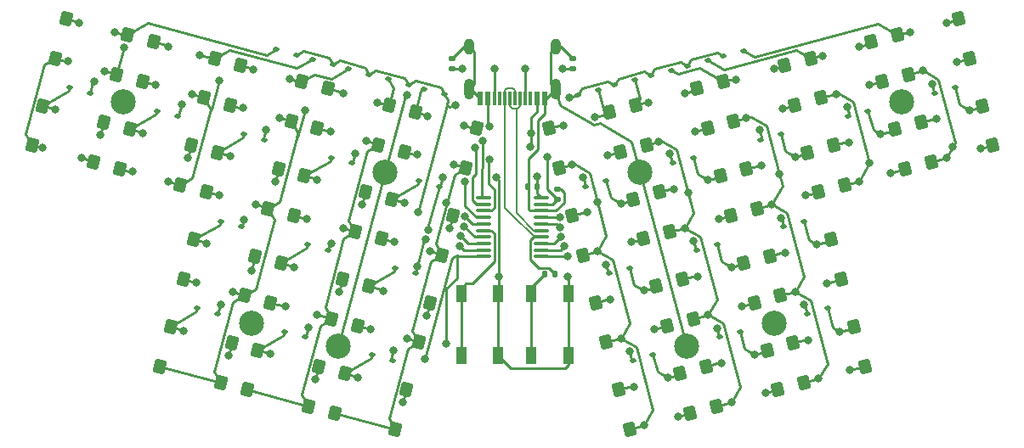
<source format=gbr>
%TF.GenerationSoftware,KiCad,Pcbnew,7.0.8*%
%TF.CreationDate,2024-01-22T23:57:30-06:00*%
%TF.ProjectId,idawgz32,69646177-677a-4333-922e-6b696361645f,rev?*%
%TF.SameCoordinates,Original*%
%TF.FileFunction,Copper,L1,Top*%
%TF.FilePolarity,Positive*%
%FSLAX46Y46*%
G04 Gerber Fmt 4.6, Leading zero omitted, Abs format (unit mm)*
G04 Created by KiCad (PCBNEW 7.0.8) date 2024-01-22 23:57:30*
%MOMM*%
%LPD*%
G01*
G04 APERTURE LIST*
G04 Aperture macros list*
%AMRoundRect*
0 Rectangle with rounded corners*
0 $1 Rounding radius*
0 $2 $3 $4 $5 $6 $7 $8 $9 X,Y pos of 4 corners*
0 Add a 4 corners polygon primitive as box body*
4,1,4,$2,$3,$4,$5,$6,$7,$8,$9,$2,$3,0*
0 Add four circle primitives for the rounded corners*
1,1,$1+$1,$2,$3*
1,1,$1+$1,$4,$5*
1,1,$1+$1,$6,$7*
1,1,$1+$1,$8,$9*
0 Add four rect primitives between the rounded corners*
20,1,$1+$1,$2,$3,$4,$5,0*
20,1,$1+$1,$4,$5,$6,$7,0*
20,1,$1+$1,$6,$7,$8,$9,0*
20,1,$1+$1,$8,$9,$2,$3,0*%
G04 Aperture macros list end*
%TA.AperFunction,SMDPad,CuDef*%
%ADD10R,1.100000X1.800000*%
%TD*%
%TA.AperFunction,SMDPad,CuDef*%
%ADD11RoundRect,0.171429X-0.550772X-0.399638X0.277164X-0.621483X0.550772X0.399638X-0.277164X0.621483X0*%
%TD*%
%TA.AperFunction,SMDPad,CuDef*%
%ADD12RoundRect,0.171429X-0.277164X-0.621483X0.550772X-0.399638X0.277164X0.621483X-0.550772X0.399638X0*%
%TD*%
%TA.AperFunction,SMDPad,CuDef*%
%ADD13RoundRect,0.112500X-0.151994X-0.157195X0.210228X-0.060138X0.151994X0.157195X-0.210228X0.060138X0*%
%TD*%
%TA.AperFunction,ComponentPad*%
%ADD14C,2.500000*%
%TD*%
%TA.AperFunction,SMDPad,CuDef*%
%ADD15RoundRect,0.112500X0.210228X0.060138X-0.151994X0.157195X-0.210228X-0.060138X0.151994X-0.157195X0*%
%TD*%
%TA.AperFunction,SMDPad,CuDef*%
%ADD16RoundRect,0.135000X0.135000X0.185000X-0.135000X0.185000X-0.135000X-0.185000X0.135000X-0.185000X0*%
%TD*%
%TA.AperFunction,SMDPad,CuDef*%
%ADD17RoundRect,0.140000X0.170000X-0.140000X0.170000X0.140000X-0.170000X0.140000X-0.170000X-0.140000X0*%
%TD*%
%TA.AperFunction,SMDPad,CuDef*%
%ADD18RoundRect,0.140000X0.140000X0.170000X-0.140000X0.170000X-0.140000X-0.170000X0.140000X-0.170000X0*%
%TD*%
%TA.AperFunction,SMDPad,CuDef*%
%ADD19RoundRect,0.135000X0.185000X-0.135000X0.185000X0.135000X-0.185000X0.135000X-0.185000X-0.135000X0*%
%TD*%
%TA.AperFunction,SMDPad,CuDef*%
%ADD20RoundRect,0.100000X-0.637500X-0.100000X0.637500X-0.100000X0.637500X0.100000X-0.637500X0.100000X0*%
%TD*%
%TA.AperFunction,ComponentPad*%
%ADD21O,1.000000X1.600000*%
%TD*%
%TA.AperFunction,ComponentPad*%
%ADD22O,1.000000X2.100000*%
%TD*%
%TA.AperFunction,SMDPad,CuDef*%
%ADD23R,0.600000X1.450000*%
%TD*%
%TA.AperFunction,SMDPad,CuDef*%
%ADD24R,0.300000X1.450000*%
%TD*%
%TA.AperFunction,ViaPad*%
%ADD25C,0.800000*%
%TD*%
%TA.AperFunction,Conductor*%
%ADD26C,0.200000*%
%TD*%
%TA.AperFunction,Conductor*%
%ADD27C,0.250000*%
%TD*%
G04 APERTURE END LIST*
D10*
%TO.P,SW42,1,1*%
%TO.N,RST*%
X70101412Y-70016111D03*
X70101412Y-63816111D03*
%TO.P,SW42,2,2*%
%TO.N,+3.3V*%
X73801412Y-70016111D03*
X73801412Y-63816111D03*
%TD*%
D11*
%TO.P,SW3,1,1*%
%TO.N,Net-(D3-A)*%
X39462028Y-38720270D03*
X45547360Y-40350830D03*
%TO.P,SW3,2,2*%
%TO.N,col2*%
X38400870Y-42680566D03*
X44486202Y-44311126D03*
%TD*%
D12*
%TO.P,SW8,1,1*%
%TO.N,Net-(D8-A)*%
X87515457Y-45009576D03*
X93600789Y-43379016D03*
%TO.P,SW8,2,2*%
%TO.N,col7*%
X88576615Y-48969872D03*
X94661947Y-47339312D03*
%TD*%
D13*
%TO.P,D30,1,K*%
%TO.N,row4*%
X95897912Y-68179535D03*
%TO.P,D30,2,A*%
%TO.N,Net-(D30-A)*%
X97926356Y-67636015D03*
%TD*%
D14*
%TO.P,H4,1,1*%
%TO.N,GND*%
X113986730Y-44732180D03*
%TD*%
D11*
%TO.P,SW23,1,1*%
%TO.N,Net-(D23-A)*%
X52189952Y-60765680D03*
X58275284Y-62396240D03*
%TO.P,SW23,2,2*%
%TO.N,col4*%
X51128794Y-64725976D03*
X57214126Y-66356536D03*
%TD*%
D15*
%TO.P,D29,1,K*%
%TO.N,row4*%
X54551573Y-68179536D03*
%TO.P,D29,2,A*%
%TO.N,Net-(D29-A)*%
X52523129Y-67636016D03*
%TD*%
D11*
%TO.P,SW25,1,1*%
%TO.N,Net-(D25-A)*%
X60883287Y-63095050D03*
X66968619Y-64725610D03*
%TO.P,SW25,2,2*%
%TO.N,col5*%
X59822129Y-67055346D03*
X65907461Y-68685906D03*
%TD*%
D15*
%TO.P,D15,1,K*%
%TO.N,row2*%
X50516986Y-48463496D03*
%TO.P,D15,2,A*%
%TO.N,Net-(D15-A)*%
X48488542Y-47919976D03*
%TD*%
D13*
%TO.P,D6,1,K*%
%TO.N,row1*%
X89014920Y-42071369D03*
%TO.P,D6,2,A*%
%TO.N,Net-(D6-A)*%
X91043364Y-41527849D03*
%TD*%
D16*
%TO.P,R1,1*%
%TO.N,UDP*%
X79476929Y-61916107D03*
%TO.P,R1,2*%
%TO.N,BOOT*%
X78456929Y-61916107D03*
%TD*%
D11*
%TO.P,SW21,1,1*%
%TO.N,Net-(D21-A)*%
X43496619Y-58436309D03*
X49581951Y-60066869D03*
%TO.P,SW21,2,2*%
%TO.N,col3*%
X42435461Y-62396605D03*
X48520793Y-64027165D03*
%TD*%
D13*
%TO.P,D24,1,K*%
%TO.N,row3*%
X93568541Y-59486199D03*
%TO.P,D24,2,A*%
%TO.N,Net-(D24-A)*%
X95596985Y-58942679D03*
%TD*%
%TO.P,D18,1,K*%
%TO.N,row2*%
X91239168Y-50792870D03*
%TO.P,D18,2,A*%
%TO.N,Net-(D18-A)*%
X93267612Y-50249350D03*
%TD*%
D15*
%TO.P,D3,1,K*%
%TO.N,row1*%
X57328532Y-40971161D03*
%TO.P,D3,2,A*%
%TO.N,Net-(D3-A)*%
X55300088Y-40427641D03*
%TD*%
D13*
%TO.P,D2,1,K*%
%TO.N,row1*%
X96259361Y-40130226D03*
%TO.P,D2,2,A*%
%TO.N,Net-(D2-A)*%
X98287805Y-39586706D03*
%TD*%
%TO.P,D10,1,K*%
%TO.N,row2*%
X117319165Y-43804758D03*
%TO.P,D10,2,A*%
%TO.N,Net-(D10-A)*%
X119347609Y-43261238D03*
%TD*%
D12*
%TO.P,SW24,1,1*%
%TO.N,Net-(D24-A)*%
X92174199Y-62396242D03*
X98259531Y-60765682D03*
%TO.P,SW24,2,2*%
%TO.N,col7*%
X93235357Y-66356538D03*
X99320689Y-64725978D03*
%TD*%
D13*
%TO.P,D14,2,A*%
%TO.N,Net-(D14-A)*%
X110654278Y-45590608D03*
%TO.P,D14,1,K*%
%TO.N,row2*%
X108625834Y-46134128D03*
%TD*%
D11*
%TO.P,SW19,1,1*%
%TO.N,Net-(D19-A)*%
X63212657Y-54401716D03*
X69297989Y-56032276D03*
%TO.P,SW19,2,2*%
%TO.N,col5*%
X62151499Y-58362012D03*
X68236831Y-59992572D03*
%TD*%
D12*
%TO.P,SW2,1,1*%
%TO.N,Net-(D2-A)*%
X113595457Y-38021460D03*
X119680789Y-36390900D03*
%TO.P,SW2,2,2*%
%TO.N,col10*%
X114656615Y-41981756D03*
X120741947Y-40351196D03*
%TD*%
D11*
%TO.P,SW13,1,1*%
%TO.N,Net-(D13-A)*%
X37132661Y-47413601D03*
X43217993Y-49044161D03*
%TO.P,SW13,2,2*%
%TO.N,col2*%
X36071503Y-51373897D03*
X42156835Y-53004457D03*
%TD*%
%TO.P,SW1,1,1*%
%TO.N,Net-(D1-A)*%
X30768698Y-36390906D03*
X36854030Y-38021466D03*
%TO.P,SW1,2,2*%
%TO.N,col1*%
X29707540Y-40351202D03*
X35792872Y-41981762D03*
%TD*%
D14*
%TO.P,H3,1,1*%
%TO.N,GND*%
X87906733Y-51720292D03*
%TD*%
D11*
%TO.P,SW11,1,1*%
%TO.N,Net-(D11-A)*%
X65542027Y-45708386D03*
X71627359Y-47338946D03*
%TO.P,SW11,2,2*%
%TO.N,col5*%
X64480869Y-49668682D03*
X70566201Y-51299242D03*
%TD*%
D12*
%TO.P,SW26,1,1*%
%TO.N,Net-(D26-A)*%
X83480869Y-64725613D03*
X89566201Y-63095053D03*
%TO.P,SW26,2,2*%
%TO.N,col6*%
X84542027Y-68685909D03*
X90627359Y-67055349D03*
%TD*%
D15*
%TO.P,D19,1,K*%
%TO.N,row2*%
X67903647Y-53122241D03*
%TO.P,D19,2,A*%
%TO.N,Net-(D19-A)*%
X65875203Y-52578721D03*
%TD*%
D14*
%TO.P,H8,1,1*%
%TO.N,GND*%
X101258808Y-66777589D03*
%TD*%
%TO.P,H2,1,1*%
%TO.N,GND*%
X62542768Y-51720294D03*
%TD*%
D13*
%TO.P,D8,1,K*%
%TO.N,row1*%
X85392695Y-43041940D03*
%TO.P,D8,2,A*%
%TO.N,Net-(D8-A)*%
X87421139Y-42498420D03*
%TD*%
D17*
%TO.P,C1,1*%
%TO.N,VBUS*%
X79716930Y-54416107D03*
%TO.P,C1,2*%
%TO.N,GND*%
X79716930Y-53456107D03*
%TD*%
D12*
%TO.P,SW6,1,1*%
%TO.N,Net-(D6-A)*%
X96208792Y-42680205D03*
X102294124Y-41049645D03*
%TO.P,SW6,2,2*%
%TO.N,col8*%
X97269950Y-46640501D03*
X103355282Y-45009941D03*
%TD*%
D18*
%TO.P,C2,1*%
%TO.N,+3.3V*%
X77676928Y-53166111D03*
%TO.P,C2,2*%
%TO.N,GND*%
X76716928Y-53166111D03*
%TD*%
D13*
%TO.P,D4,1,K*%
%TO.N,row1*%
X92637140Y-41100798D03*
%TO.P,D4,2,A*%
%TO.N,Net-(D4-A)*%
X94665584Y-40557278D03*
%TD*%
%TO.P,D32,1,K*%
%TO.N,row4*%
X87204582Y-70508906D03*
%TO.P,D32,2,A*%
%TO.N,Net-(D32-A)*%
X89233026Y-69965386D03*
%TD*%
D19*
%TO.P,R5,1*%
%TO.N,CC2*%
X69216929Y-41426111D03*
%TO.P,R5,2*%
%TO.N,GND*%
X69216929Y-40406111D03*
%TD*%
D20*
%TO.P,U1,1,P3.2/TXD1_/INT0/VBUS1/AIN3*%
%TO.N,col1*%
X72362242Y-54272148D03*
%TO.P,U1,2,P1.4/T2_/CAP1_/SCS/TIN2/UCC1/AIN1*%
%TO.N,col2*%
X72362242Y-54922148D03*
%TO.P,U1,3,P1.5/MOSI/PWM1/TIN3/UCC2/AIN2*%
%TO.N,col3*%
X72362242Y-55572148D03*
%TO.P,U1,4,P1.6/MISO/RXD1/TIN4*%
%TO.N,col4*%
X72362242Y-56222148D03*
%TO.P,U1,5,P1.7/SCK/TXD1/TIN5*%
%TO.N,col5*%
X72362242Y-56872148D03*
%TO.P,U1,6,RST/T2EX_/CAP2_*%
%TO.N,RST*%
X72362242Y-57522148D03*
%TO.P,U1,7,P1.0/T2/CAP1/TIN0*%
%TO.N,row1*%
X72362242Y-58172148D03*
%TO.P,U1,8,P1.1/T2EX/CAP2/TIN1/VBUS2/AIN0*%
%TO.N,row2*%
X72362242Y-58822148D03*
%TO.P,U1,9,P3.1/PWM2_/TXD*%
%TO.N,row3*%
X72362242Y-59472148D03*
%TO.P,U1,10,P3.0/PWM1_/RXD*%
%TO.N,row4*%
X72362242Y-60122148D03*
%TO.P,U1,11,P3.3/INT1*%
%TO.N,col10*%
X78087242Y-60122148D03*
%TO.P,U1,12,P3.4/PWM2/RXD1_/T0*%
%TO.N,col9*%
X78087242Y-59472148D03*
%TO.P,U1,13,P3.5/T1*%
%TO.N,col8*%
X78087242Y-58822148D03*
%TO.P,U1,14,P3.6/UDP*%
%TO.N,UDP*%
X78087242Y-58172148D03*
%TO.P,U1,15,P3.7/UDM*%
%TO.N,UDM*%
X78087242Y-57522148D03*
%TO.P,U1,16,P1.3/XO/TXD_*%
%TO.N,col7*%
X78087242Y-56872148D03*
%TO.P,U1,17,P1.2/XI/RXD_*%
%TO.N,col6*%
X78087242Y-56222148D03*
%TO.P,U1,18,GND/VSS*%
%TO.N,GND*%
X78087242Y-55572148D03*
%TO.P,U1,19,VCC/VDD*%
%TO.N,VBUS*%
X78087242Y-54922148D03*
%TO.P,U1,20,V33*%
%TO.N,+3.3V*%
X78087242Y-54272148D03*
%TD*%
D14*
%TO.P,H6,1,1*%
%TO.N,GND*%
X57884029Y-69106956D03*
%TD*%
D13*
%TO.P,D16,1,K*%
%TO.N,row2*%
X99932500Y-48463498D03*
%TO.P,D16,2,A*%
%TO.N,Net-(D16-A)*%
X101960944Y-47919978D03*
%TD*%
%TO.P,D20,1,K*%
%TO.N,row2*%
X82545836Y-53122241D03*
%TO.P,D20,2,A*%
%TO.N,Net-(D20-A)*%
X84574280Y-52578721D03*
%TD*%
D12*
%TO.P,SW18,1,1*%
%TO.N,Net-(D18-A)*%
X89844832Y-53702907D03*
X95930164Y-52072347D03*
%TO.P,SW18,2,2*%
%TO.N,col7*%
X90905990Y-57663203D03*
X96991322Y-56032643D03*
%TD*%
%TO.P,SW16,1,1*%
%TO.N,Net-(D16-A)*%
X98538160Y-51373537D03*
X104623492Y-49742977D03*
%TO.P,SW16,2,2*%
%TO.N,col8*%
X99599318Y-55333833D03*
X105684650Y-53703273D03*
%TD*%
D13*
%TO.P,D12,1,K*%
%TO.N,row1*%
X81770474Y-44012514D03*
%TO.P,D12,2,A*%
%TO.N,Net-(D12-A)*%
X83798918Y-43468994D03*
%TD*%
%TO.P,D26,1,K*%
%TO.N,row3*%
X84875210Y-61815572D03*
%TO.P,D26,2,A*%
%TO.N,Net-(D26-A)*%
X86903654Y-61272052D03*
%TD*%
D11*
%TO.P,SW29,1,1*%
%TO.N,Net-(D29-A)*%
X49860580Y-69459013D03*
X55945912Y-71089573D03*
%TO.P,SW29,2,2*%
%TO.N,col4*%
X48799422Y-73419309D03*
X54884754Y-75049869D03*
%TD*%
D19*
%TO.P,R4,1*%
%TO.N,CC1*%
X81216930Y-41426108D03*
%TO.P,R4,2*%
%TO.N,GND*%
X81216930Y-40406108D03*
%TD*%
D15*
%TO.P,D11,1,K*%
%TO.N,row1*%
X68484975Y-43960520D03*
%TO.P,D11,2,A*%
%TO.N,Net-(D11-A)*%
X66456531Y-43417000D03*
%TD*%
D12*
%TO.P,SW32,1,1*%
%TO.N,Net-(D32-A)*%
X85810241Y-73418945D03*
X91895573Y-71788385D03*
%TO.P,SW32,2,2*%
%TO.N,col6*%
X86871399Y-77379241D03*
X92956731Y-75748681D03*
%TD*%
%TO.P,SW12,1,1*%
%TO.N,Net-(D12-A)*%
X78822123Y-47338947D03*
X84907455Y-45708387D03*
%TO.P,SW12,2,2*%
%TO.N,col6*%
X79883281Y-51299243D03*
X85968613Y-49668683D03*
%TD*%
D11*
%TO.P,SW15,1,1*%
%TO.N,Net-(D15-A)*%
X45825990Y-49742979D03*
X51911322Y-51373539D03*
%TO.P,SW15,2,2*%
%TO.N,col3*%
X44764832Y-53703275D03*
X50850164Y-55333835D03*
%TD*%
D12*
%TO.P,SW14,2,2*%
%TO.N,col9*%
X114377987Y-51373900D03*
X108292655Y-53004460D03*
%TO.P,SW14,1,1*%
%TO.N,Net-(D14-A)*%
X113316829Y-47413604D03*
X107231497Y-49044164D03*
%TD*%
D11*
%TO.P,SW5,1,1*%
%TO.N,Net-(D5-A)*%
X48155362Y-41049645D03*
X54240694Y-42680205D03*
%TO.P,SW5,2,2*%
%TO.N,col3*%
X47094204Y-45009941D03*
X53179536Y-46640501D03*
%TD*%
D15*
%TO.P,D27,1,K*%
%TO.N,row4*%
X45858243Y-65850164D03*
%TO.P,D27,2,A*%
%TO.N,Net-(D27-A)*%
X43829799Y-65306644D03*
%TD*%
%TO.P,D13,1,K*%
%TO.N,row2*%
X41823654Y-46134126D03*
%TO.P,D13,2,A*%
%TO.N,Net-(D13-A)*%
X39795210Y-45590606D03*
%TD*%
D21*
%TO.P,J1,S1,SHIELD*%
%TO.N,GND*%
X70896927Y-39231110D03*
D22*
X70896927Y-43411110D03*
D21*
X79536927Y-39231110D03*
D22*
X79536927Y-43411110D03*
D23*
%TO.P,J1,B12,GND*%
X78466927Y-44326110D03*
%TO.P,J1,B9,VBUS*%
%TO.N,VBUS*%
X77666927Y-44326110D03*
D24*
%TO.P,J1,B8,SBU2*%
%TO.N,unconnected-(J1-SBU2-PadB8)*%
X76966927Y-44326110D03*
%TO.P,J1,B7,D-*%
%TO.N,UDM*%
X75966927Y-44326110D03*
%TO.P,J1,B6,D+*%
%TO.N,UDP*%
X74466927Y-44326110D03*
%TO.P,J1,B5,CC2*%
%TO.N,CC2*%
X73466927Y-44326110D03*
D23*
%TO.P,J1,B4,VBUS*%
%TO.N,VBUS*%
X72766927Y-44326110D03*
%TO.P,J1,B1,GND*%
%TO.N,GND*%
X71966927Y-44326110D03*
%TO.P,J1,A12,GND*%
X71966927Y-44326110D03*
%TO.P,J1,A9,VBUS*%
%TO.N,VBUS*%
X72766927Y-44326110D03*
D24*
%TO.P,J1,A8,SBU1*%
%TO.N,unconnected-(J1-SBU1-PadA8)*%
X73966927Y-44326110D03*
%TO.P,J1,A7,D-*%
%TO.N,UDM*%
X74966927Y-44326110D03*
%TO.P,J1,A6,D+*%
%TO.N,UDP*%
X75466927Y-44326110D03*
%TO.P,J1,A5,CC1*%
%TO.N,CC1*%
X76466927Y-44326110D03*
D23*
%TO.P,J1,A4,VBUS*%
%TO.N,VBUS*%
X77666927Y-44326110D03*
%TO.P,J1,A1,GND*%
%TO.N,GND*%
X78466927Y-44326110D03*
%TD*%
D14*
%TO.P,H1,1,1*%
%TO.N,GND*%
X36462770Y-44732178D03*
%TD*%
D12*
%TO.P,SW28,1,1*%
%TO.N,Net-(D28-A)*%
X103196906Y-68760198D03*
X109282238Y-67129638D03*
%TO.P,SW28,2,2*%
%TO.N,col8*%
X104258064Y-72720494D03*
X110343396Y-71089934D03*
%TD*%
D14*
%TO.P,H5,1,1*%
%TO.N,GND*%
X49190693Y-66777586D03*
%TD*%
D12*
%TO.P,SW22,1,1*%
%TO.N,Net-(D22-A)*%
X100867534Y-60066867D03*
X106952866Y-58436307D03*
%TO.P,SW22,2,2*%
%TO.N,col8*%
X101928692Y-64027163D03*
X108014024Y-62396603D03*
%TD*%
D11*
%TO.P,SW31,1,1*%
%TO.N,Net-(D31-A)*%
X58553910Y-71788382D03*
X64639242Y-73418942D03*
%TO.P,SW31,2,2*%
%TO.N,col5*%
X57492752Y-75748678D03*
X63578084Y-77379238D03*
%TD*%
D15*
%TO.P,D7,1,K*%
%TO.N,row1*%
X64862752Y-42989951D03*
%TO.P,D7,2,A*%
%TO.N,Net-(D7-A)*%
X62834308Y-42446431D03*
%TD*%
D13*
%TO.P,D28,1,K*%
%TO.N,row4*%
X104591243Y-65850165D03*
%TO.P,D28,2,A*%
%TO.N,Net-(D28-A)*%
X106619687Y-65306645D03*
%TD*%
D15*
%TO.P,D5,1,K*%
%TO.N,row1*%
X60950752Y-41941732D03*
%TO.P,D5,2,A*%
%TO.N,Net-(D5-A)*%
X58922308Y-41398212D03*
%TD*%
%TO.P,D21,1,K*%
%TO.N,row3*%
X48187613Y-57156829D03*
%TO.P,D21,2,A*%
%TO.N,Net-(D21-A)*%
X46159169Y-56613309D03*
%TD*%
D13*
%TO.P,D22,1,K*%
%TO.N,row3*%
X102261873Y-57156830D03*
%TO.P,D22,2,A*%
%TO.N,Net-(D22-A)*%
X104290317Y-56613310D03*
%TD*%
D12*
%TO.P,SW10,1,1*%
%TO.N,Net-(D10-A)*%
X115924830Y-46714794D03*
X122010162Y-45084234D03*
%TO.P,SW10,2,2*%
%TO.N,col10*%
X116985988Y-50675090D03*
X123071320Y-49044530D03*
%TD*%
D10*
%TO.P,SW41,1,1*%
%TO.N,BOOT*%
X77101412Y-70016107D03*
X77101412Y-63816107D03*
%TO.P,SW41,2,2*%
%TO.N,+3.3V*%
X80801412Y-70016107D03*
X80801412Y-63816107D03*
%TD*%
D12*
%TO.P,SW20,1,1*%
%TO.N,Net-(D20-A)*%
X81151497Y-56032282D03*
X87236829Y-54401722D03*
%TO.P,SW20,2,2*%
%TO.N,col6*%
X82212655Y-59992578D03*
X88297987Y-58362018D03*
%TD*%
%TO.P,SW30,1,1*%
%TO.N,Net-(D30-A)*%
X94503573Y-71089575D03*
X100588905Y-69459015D03*
%TO.P,SW30,2,2*%
%TO.N,col7*%
X95564731Y-75049871D03*
X101650063Y-73419311D03*
%TD*%
D11*
%TO.P,SW7,1,1*%
%TO.N,Net-(D7-A)*%
X56848696Y-43379014D03*
X62934028Y-45009574D03*
%TO.P,SW7,2,2*%
%TO.N,col4*%
X55787538Y-47339310D03*
X61872870Y-48969870D03*
%TD*%
D15*
%TO.P,D25,1,K*%
%TO.N,row3*%
X65574279Y-61815575D03*
%TO.P,D25,2,A*%
%TO.N,Net-(D25-A)*%
X63545835Y-61272055D03*
%TD*%
%TO.P,D23,1,K*%
%TO.N,row3*%
X56880948Y-59486203D03*
%TO.P,D23,2,A*%
%TO.N,Net-(D23-A)*%
X54852504Y-58942683D03*
%TD*%
%TO.P,D17,1,K*%
%TO.N,row2*%
X59210319Y-50792870D03*
%TO.P,D17,2,A*%
%TO.N,Net-(D17-A)*%
X57181875Y-50249350D03*
%TD*%
D11*
%TO.P,SW9,1,1*%
%TO.N,Net-(D9-A)*%
X28439327Y-45084233D03*
X34524659Y-46714793D03*
%TO.P,SW9,2,2*%
%TO.N,col1*%
X27378169Y-49044529D03*
X33463501Y-50675089D03*
%TD*%
D15*
%TO.P,D9,1,K*%
%TO.N,row2*%
X33130320Y-43804752D03*
%TO.P,D9,2,A*%
%TO.N,Net-(D9-A)*%
X31101876Y-43261232D03*
%TD*%
%TO.P,D1,1,K*%
%TO.N,row1*%
X53706309Y-40000593D03*
%TO.P,D1,2,A*%
%TO.N,Net-(D1-A)*%
X51677865Y-39457073D03*
%TD*%
D12*
%TO.P,SW4,2,2*%
%TO.N,col9*%
X112048613Y-42680567D03*
X105963281Y-44311127D03*
%TO.P,SW4,1,1*%
%TO.N,Net-(D4-A)*%
X110987455Y-38720271D03*
X104902123Y-40350831D03*
%TD*%
D11*
%TO.P,SW17,1,1*%
%TO.N,Net-(D17-A)*%
X54519322Y-52072351D03*
X60604654Y-53702911D03*
%TO.P,SW17,2,2*%
%TO.N,col4*%
X53458164Y-56032647D03*
X59543496Y-57663207D03*
%TD*%
%TO.P,SW27,1,1*%
%TO.N,Net-(D27-A)*%
X41167248Y-67129646D03*
X47252580Y-68760206D03*
%TO.P,SW27,2,2*%
%TO.N,col3*%
X40106090Y-71089942D03*
X46191422Y-72720502D03*
%TD*%
D15*
%TO.P,D31,1,K*%
%TO.N,row4*%
X63244908Y-70508909D03*
%TO.P,D31,2,A*%
%TO.N,Net-(D31-A)*%
X61216464Y-69965389D03*
%TD*%
D14*
%TO.P,H7,1,1*%
%TO.N,GND*%
X92565475Y-69106957D03*
%TD*%
D25*
%TO.N,VBUS*%
X76984895Y-49183006D03*
%TO.N,col6*%
X83664257Y-54671305D03*
%TO.N,row4*%
X68654251Y-68784005D03*
%TO.N,col10*%
X119083534Y-49213419D03*
%TO.N,col9*%
X110814468Y-50807944D03*
%TO.N,col8*%
X101815287Y-51899287D03*
%TO.N,col7*%
X92720318Y-53792242D03*
%TO.N,row1*%
X69513420Y-45046458D03*
X80887198Y-44307181D03*
%TO.N,row2*%
X117006635Y-42911217D03*
X108554786Y-45175880D03*
X99861454Y-47505256D03*
X90926639Y-49899331D03*
X82233306Y-52228701D03*
%TO.N,row3*%
X84562677Y-60922035D03*
X101949343Y-56263291D03*
X93256012Y-58592662D03*
%TO.N,row4*%
X86892050Y-69615367D03*
X95585383Y-67285996D03*
X104278715Y-64956624D03*
%TO.N,col8*%
X108876154Y-71489316D03*
X105736896Y-72330479D03*
%TO.N,Net-(D28-A)*%
X107840876Y-67625613D03*
X104701618Y-68466774D03*
%TO.N,col8*%
X106546781Y-62795984D03*
X103407524Y-63637145D03*
%TO.N,Net-(D22-A)*%
X105511506Y-58932279D03*
X102372248Y-59773441D03*
%TO.N,Net-(D20-A)*%
X86036952Y-54832987D03*
X82656211Y-55738851D03*
%TO.N,col6*%
X87072226Y-58696688D03*
X83691487Y-59602556D03*
%TO.N,Net-(D26-A)*%
X88366323Y-63526317D03*
X84985584Y-64432187D03*
%TO.N,col6*%
X89401600Y-67390019D03*
X86020858Y-68295888D03*
%TO.N,Net-(D32-A)*%
X90695694Y-72219651D03*
X87314953Y-73125517D03*
%TO.N,col6*%
X91730971Y-76083355D03*
X88350231Y-76989219D03*
%TO.N,col7*%
X100424302Y-73753981D03*
X97043562Y-74659848D03*
%TO.N,Net-(D30-A)*%
X99389027Y-69890279D03*
X96008286Y-70796147D03*
%TO.N,col7*%
X98094933Y-65060650D03*
X94714191Y-65966516D03*
%TO.N,Net-(D24-A)*%
X97059655Y-61196948D03*
X93678915Y-62102813D03*
%TO.N,col7*%
X95765561Y-56367319D03*
X92384820Y-57273183D03*
%TO.N,Net-(D18-A)*%
X94730283Y-52503614D03*
X91349542Y-53409481D03*
%TO.N,col8*%
X104458893Y-54037946D03*
X101078152Y-54943813D03*
%TO.N,Net-(D16-A)*%
X103423616Y-50174244D03*
X100042874Y-51080109D03*
%TO.N,col9*%
X112910744Y-51773279D03*
X109771483Y-52614442D03*
%TO.N,Net-(D14-A)*%
X111875468Y-47909575D03*
X108736208Y-48750738D03*
%TO.N,col10*%
X121845558Y-49379203D03*
X118464816Y-50285069D03*
%TO.N,Net-(D10-A)*%
X120810279Y-45515500D03*
X117429541Y-46421368D03*
%TO.N,col10*%
X119516185Y-40685871D03*
X116135446Y-41591738D03*
%TO.N,col9*%
X110822853Y-43015241D03*
X107442113Y-43921110D03*
%TO.N,col8*%
X102129520Y-45344615D03*
X98507299Y-46315184D03*
%TO.N,col7*%
X93436190Y-47673985D03*
X89813966Y-48644556D03*
%TO.N,col6*%
X84742857Y-50003356D03*
X81120633Y-50973928D03*
%TO.N,Net-(D2-A)*%
X118480909Y-36822169D03*
X114858686Y-37792738D03*
%TO.N,Net-(D4-A)*%
X109787577Y-39151539D03*
X106165356Y-40122110D03*
%TO.N,Net-(D6-A)*%
X101335725Y-41416205D03*
X97472026Y-42451482D03*
%TO.N,Net-(D8-A)*%
X92400913Y-43810282D03*
X88778690Y-44780853D03*
%TO.N,Net-(D12-A)*%
X83466099Y-46204357D03*
X80326839Y-47045520D03*
%TO.N,col10*%
X80688166Y-60073392D03*
%TO.N,col9*%
X80383563Y-59121436D03*
%TO.N,col8*%
X80051971Y-58178540D03*
%TO.N,col3*%
X54523399Y-45508678D03*
%TO.N,col2*%
X45989626Y-42605379D03*
%TO.N,col1*%
X36494641Y-39270511D03*
%TO.N,row3*%
X48485238Y-56473849D03*
X57178570Y-58803222D03*
X65764960Y-61103936D03*
X66590383Y-58451186D03*
%TO.N,row2*%
X66849074Y-57485739D03*
%TO.N,col5*%
X68582742Y-54777321D03*
%TO.N,row1*%
X65805897Y-55680172D03*
%TO.N,Net-(D11-A)*%
X70413928Y-47079300D03*
X66791707Y-46108729D03*
%TO.N,Net-(D7-A)*%
X61720596Y-44749930D03*
X58339857Y-43844064D03*
%TO.N,Net-(D5-A)*%
X53027265Y-42420558D03*
X49405041Y-41449987D03*
%TO.N,Net-(D3-A)*%
X44092450Y-40026484D03*
X40953192Y-39185321D03*
%TO.N,Net-(D1-A)*%
X35640598Y-37761817D03*
X32018377Y-36791244D03*
%TO.N,Net-(D31-A)*%
X64309699Y-74690229D03*
X59803594Y-72188727D03*
%TO.N,Net-(D29-A)*%
X55616366Y-72360858D03*
X51110261Y-69859354D03*
%TO.N,Net-(D27-A)*%
X46923032Y-70031485D03*
X42416927Y-67529984D03*
%TO.N,Net-(D21-A)*%
X49187701Y-61579634D03*
X44746298Y-58836652D03*
%TO.N,Net-(D25-A)*%
X66639071Y-65996900D03*
X62374449Y-63560103D03*
%TO.N,Net-(D23-A)*%
X57945736Y-63667528D03*
X53439631Y-61166025D03*
%TO.N,row4*%
X66505015Y-70360898D03*
X63365753Y-69519739D03*
X46220573Y-64925703D03*
X54913904Y-67255075D03*
%TO.N,GND*%
X64765121Y-44012794D03*
%TO.N,row2*%
X68265980Y-52197778D03*
X59572646Y-49868408D03*
X50637830Y-47474331D03*
X42250688Y-44968186D03*
X33557355Y-42638812D03*
%TO.N,Net-(D9-A)*%
X34195111Y-47986080D03*
X29689006Y-45484577D03*
%TO.N,Net-(D13-A)*%
X42888446Y-50315450D03*
X38382340Y-47813947D03*
%TO.N,Net-(D15-A)*%
X51581776Y-52644820D03*
X47075673Y-50143318D03*
%TO.N,Net-(D19-A)*%
X68968441Y-57303564D03*
X64462336Y-54802064D03*
%TO.N,Net-(D17-A)*%
X60275108Y-54974192D03*
X55769002Y-52472691D03*
%TO.N,col5*%
X69378651Y-50943005D03*
X65756432Y-49972432D03*
%TO.N,col4*%
X60685320Y-48613632D03*
X57063097Y-47643061D03*
X58355950Y-57306966D03*
X54733726Y-56336394D03*
%TO.N,col5*%
X67049281Y-59636339D03*
X63427057Y-58665769D03*
X64719909Y-68329668D03*
X61097688Y-67359100D03*
%TO.N,col4*%
X55785096Y-65935594D03*
X52645836Y-65094430D03*
%TO.N,col3*%
X47333247Y-63670927D03*
X43711022Y-62700355D03*
X49662615Y-54977594D03*
X46040395Y-54007021D03*
X51991986Y-46284259D03*
X48369766Y-45313693D03*
%TO.N,col2*%
X43298656Y-43954890D03*
X39676434Y-42984318D03*
X40969283Y-52648222D03*
X37347061Y-51677652D03*
%TO.N,col1*%
X32275954Y-50318854D03*
X28412247Y-49283573D03*
X34605323Y-41625519D03*
X30983101Y-40654949D03*
%TO.N,col7*%
X79973056Y-57182154D03*
%TO.N,col6*%
X79950047Y-56182916D03*
%TO.N,row3*%
X69951581Y-59053853D03*
%TO.N,row2*%
X70062260Y-58060496D03*
%TO.N,row1*%
X70427182Y-57129996D03*
%TO.N,col5*%
X70512508Y-56134141D03*
%TO.N,col4*%
X70492430Y-52648160D03*
%TO.N,col3*%
X72941427Y-50416106D03*
%TO.N,col2*%
X71492430Y-49305462D03*
%TO.N,col1*%
X72298195Y-48623248D03*
%TO.N,+3.3V*%
X80716930Y-62166111D03*
X73874742Y-62166107D03*
X73576973Y-52239643D03*
X77716929Y-52166109D03*
%TO.N,VBUS*%
X77052390Y-47847799D03*
X72966928Y-47166108D03*
X78716929Y-50166111D03*
%TO.N,CC1*%
X80216927Y-41416111D03*
X76466929Y-41416109D03*
%TO.N,CC2*%
X73466927Y-41416109D03*
X70216929Y-41416109D03*
%TD*%
D26*
%TO.N,UDM*%
X75741193Y-45351109D02*
X75621932Y-45470372D01*
X77349742Y-57522148D02*
X78087242Y-57522148D01*
X75621932Y-45470372D02*
X75621930Y-55794336D01*
X75621930Y-55794336D02*
X77349742Y-57522148D01*
%TO.N,UDP*%
X74466929Y-55254689D02*
X75231120Y-56018880D01*
X75231120Y-56018880D02*
X77384388Y-58172148D01*
D27*
%TO.N,VBUS*%
X77052390Y-49115511D02*
X76984895Y-49183006D01*
X77052390Y-47847799D02*
X77052390Y-49115511D01*
D26*
%TO.N,UDP*%
X75466928Y-44326111D02*
X75466929Y-43526843D01*
X75466929Y-43526843D02*
X75241194Y-43301109D01*
X75241194Y-43301109D02*
X74692664Y-43301109D01*
X74466929Y-43526844D02*
X74466929Y-55254689D01*
X74692664Y-43301109D02*
X74466929Y-43526844D01*
X77384388Y-58172148D02*
X78087242Y-58172148D01*
%TO.N,UDM*%
X75192667Y-45351108D02*
X75741193Y-45351109D01*
D27*
%TO.N,col6*%
X82886498Y-51768664D02*
X83664257Y-54671305D01*
X83664257Y-54671305D02*
X84575369Y-58071625D01*
%TO.N,row4*%
X69689123Y-62318780D02*
X68654250Y-63353651D01*
X68654250Y-63353651D02*
X68654251Y-68784005D01*
X69689124Y-60018279D02*
X69689123Y-62318780D01*
%TO.N,col10*%
X119348701Y-48754139D02*
X119083534Y-49213419D01*
X119083534Y-49213419D02*
X118464816Y-50285069D01*
%TO.N,col8*%
X100514645Y-47045216D02*
X101815287Y-51899287D01*
X101815287Y-51899287D02*
X102138812Y-53106696D01*
%TO.N,row1*%
X68980134Y-45189353D02*
X68665565Y-45007734D01*
X81770475Y-44012514D02*
X80926810Y-44238575D01*
X69513420Y-45046458D02*
X68980134Y-45189353D01*
X80926810Y-44238575D02*
X80887198Y-44307181D01*
X68799974Y-44506113D02*
X68665565Y-45007734D01*
X68665565Y-45007734D02*
X65805897Y-55680172D01*
%TO.N,GND*%
X87906733Y-51720292D02*
X87080864Y-48638105D01*
X83363671Y-46982380D02*
X79968633Y-45022253D01*
X87080864Y-48638105D02*
X83943815Y-46826928D01*
X83943815Y-46826928D02*
X83363671Y-46982380D01*
X79968633Y-45022253D02*
X79536929Y-43411108D01*
X87906733Y-51720292D02*
X92565475Y-69106957D01*
%TO.N,col8*%
X103407524Y-63637145D02*
X103431966Y-63630597D01*
X103431966Y-63630597D02*
X104901285Y-64478908D01*
X104901285Y-64478908D02*
X106603100Y-70830164D01*
X106603100Y-70830164D02*
X105736896Y-72330479D01*
X101078152Y-54943813D02*
X101102593Y-54937264D01*
X101102593Y-54937264D02*
X102571915Y-55785577D01*
X102571915Y-55785577D02*
X104273730Y-62136832D01*
X104273730Y-62136832D02*
X103407524Y-63637145D01*
%TO.N,col7*%
X92384820Y-57273183D02*
X92409262Y-57266636D01*
X92409262Y-57266636D02*
X93909201Y-58132623D01*
X93909201Y-58132623D02*
X95598074Y-64435587D01*
X95598074Y-64435587D02*
X94714191Y-65966516D01*
X94714191Y-65966516D02*
X94738634Y-65959964D01*
X94738634Y-65959964D02*
X96207955Y-66808279D01*
X96207955Y-66808279D02*
X97909769Y-73159538D01*
X97909769Y-73159538D02*
X97043562Y-74659848D01*
%TO.N,col6*%
X86020858Y-68295888D02*
X86045302Y-68289340D01*
X86045302Y-68289340D02*
X87545241Y-69155329D01*
X87545241Y-69155329D02*
X89234113Y-75458288D01*
X89234113Y-75458288D02*
X88350231Y-76989219D01*
X83691487Y-59602556D02*
X83715930Y-59596006D01*
X83715930Y-59596006D02*
X85215867Y-60461996D01*
X86904743Y-66764958D02*
X86020858Y-68295888D01*
X85215867Y-60461996D02*
X86904743Y-66764958D01*
X81120633Y-50973928D02*
X81386557Y-50902673D01*
X81386557Y-50902673D02*
X82886498Y-51768664D01*
X84575369Y-58071625D02*
X83691487Y-59602556D01*
%TO.N,col7*%
X89813966Y-48644556D02*
X90079890Y-48573302D01*
X91549212Y-49421614D02*
X93251025Y-55772872D01*
X90079890Y-48573302D02*
X91549212Y-49421614D01*
X93251025Y-55772872D02*
X92384820Y-57273183D01*
%TO.N,col8*%
X98507299Y-46315184D02*
X99014704Y-46179226D01*
X99014704Y-46179226D02*
X100514645Y-47045216D01*
X102138812Y-53106696D02*
X101078152Y-54943813D01*
%TO.N,col9*%
X107442113Y-43921110D02*
X107708040Y-43849856D01*
X107708040Y-43849856D02*
X109177356Y-44698168D01*
X110814468Y-50807944D02*
X109771483Y-52614442D01*
X109177356Y-44698168D02*
X110814468Y-50807944D01*
%TO.N,col10*%
X116135446Y-41591738D02*
X116159889Y-41585188D01*
X116159889Y-41585188D02*
X117659827Y-42451177D01*
X117659827Y-42451177D02*
X119348701Y-48754139D01*
%TO.N,row2*%
X117006635Y-42911217D02*
X117232680Y-43754826D01*
X117232680Y-43754826D02*
X117319164Y-43804757D01*
X108752677Y-45914429D02*
X108625835Y-46134128D01*
X108554786Y-45175880D02*
X108752677Y-45914429D01*
X99861454Y-47505256D02*
X100059344Y-48243794D01*
X100059344Y-48243794D02*
X99932500Y-48463499D01*
X91152683Y-50742939D02*
X91239168Y-50792868D01*
X82545837Y-53122241D02*
X82319792Y-52278636D01*
X82319792Y-52278636D02*
X82233306Y-52228701D01*
X90926639Y-49899331D02*
X91152683Y-50742939D01*
%TO.N,row3*%
X84562677Y-60922035D02*
X84788721Y-61765638D01*
X84788721Y-61765638D02*
X84875210Y-61815570D01*
X102035831Y-56313224D02*
X101949343Y-56263291D01*
X102261874Y-57156830D02*
X102035831Y-56313224D01*
X93256012Y-58592662D02*
X93482055Y-59436266D01*
X93482055Y-59436266D02*
X93568540Y-59486201D01*
%TO.N,Net-(D30-A)*%
X97926357Y-67636017D02*
X98373243Y-69303815D01*
X98373243Y-69303815D02*
X99389027Y-69890279D01*
%TO.N,Net-(D32-A)*%
X89233026Y-69965385D02*
X89679912Y-71633187D01*
X89679912Y-71633187D02*
X90695694Y-72219651D01*
%TO.N,Net-(D26-A)*%
X86903653Y-61272053D02*
X87350540Y-62939855D01*
X87350540Y-62939855D02*
X88366323Y-63526317D01*
%TO.N,Net-(D22-A)*%
X104290318Y-56613309D02*
X104801908Y-58522594D01*
X104801908Y-58522594D02*
X105511506Y-58932279D01*
%TO.N,Net-(D24-A)*%
X95596985Y-58942681D02*
X96043872Y-60610485D01*
X96043872Y-60610485D02*
X97059655Y-61196948D01*
%TO.N,row4*%
X86892050Y-69615367D02*
X87118094Y-70458970D01*
X87118094Y-70458970D02*
X87204581Y-70508904D01*
X95585383Y-67285996D02*
X95811426Y-68129603D01*
X95811426Y-68129603D02*
X95897913Y-68179537D01*
X104591241Y-65850165D02*
X104365196Y-65006556D01*
X104365196Y-65006556D02*
X104278715Y-64956624D01*
%TO.N,Net-(D28-A)*%
X106619685Y-65306645D02*
X107131276Y-67215922D01*
X107131276Y-67215922D02*
X107840876Y-67625613D01*
%TO.N,col8*%
X104258065Y-72720497D02*
X105729521Y-72326220D01*
X105729521Y-72326220D02*
X105736896Y-72330479D01*
X108876154Y-71489316D02*
X110339139Y-71097310D01*
X110339139Y-71097310D02*
X110343397Y-71089936D01*
%TO.N,Net-(D28-A)*%
X103196907Y-68760200D02*
X104571770Y-68391805D01*
X104571770Y-68391805D02*
X104701618Y-68466774D01*
X107840876Y-67625613D02*
X109207271Y-67259490D01*
X109207271Y-67259490D02*
X109282239Y-67129640D01*
%TO.N,col8*%
X101928693Y-64027163D02*
X103400149Y-63632888D01*
X103400149Y-63632888D02*
X103407524Y-63637145D01*
X106546781Y-62795984D02*
X108009768Y-62403978D01*
X108009768Y-62403978D02*
X108014027Y-62396604D01*
%TO.N,Net-(D22-A)*%
X102242397Y-59698473D02*
X102372248Y-59773441D01*
X105511506Y-58932279D02*
X106877898Y-58566156D01*
X100867535Y-60066867D02*
X102242397Y-59698473D01*
X106877898Y-58566156D02*
X106952868Y-58436306D01*
%TO.N,Net-(D10-A)*%
X119347608Y-43261237D02*
X119794494Y-44929035D01*
X119794494Y-44929035D02*
X120810279Y-45515500D01*
%TO.N,Net-(D14-A)*%
X110654280Y-45590607D02*
X111165871Y-47499891D01*
X111165871Y-47499891D02*
X111875468Y-47909575D01*
%TO.N,Net-(D16-A)*%
X101960944Y-47919979D02*
X102407829Y-49587778D01*
X102407829Y-49587778D02*
X103423616Y-50174244D01*
%TO.N,Net-(D18-A)*%
X93267612Y-50249350D02*
X93714498Y-51917151D01*
X93714498Y-51917151D02*
X94730283Y-52503614D01*
%TO.N,Net-(D20-A)*%
X84574280Y-52578721D02*
X85021167Y-54246523D01*
X85021167Y-54246523D02*
X86036952Y-54832987D01*
X81151496Y-56032283D02*
X82526366Y-55663885D01*
X82526366Y-55663885D02*
X82656211Y-55738851D01*
X86036952Y-54832987D02*
X87161862Y-54531567D01*
X87161862Y-54531567D02*
X87236829Y-54401723D01*
%TO.N,col6*%
X82212655Y-59992577D02*
X83684116Y-59598299D01*
X83684116Y-59598299D02*
X83691487Y-59602556D01*
X88293733Y-58369388D02*
X88297987Y-58362017D01*
X87072226Y-58696688D02*
X88293733Y-58369388D01*
%TO.N,Net-(D26-A)*%
X83480867Y-64725613D02*
X84855733Y-64357217D01*
X88366323Y-63526317D02*
X89491234Y-63224898D01*
X84855733Y-64357217D02*
X84985584Y-64432187D01*
X89491234Y-63224898D02*
X89566202Y-63095054D01*
%TO.N,col6*%
X90623102Y-67062719D02*
X90627360Y-67055350D01*
X86013487Y-68291632D02*
X86020858Y-68295888D01*
X89401600Y-67390019D02*
X90623102Y-67062719D01*
X84542025Y-68685909D02*
X86013487Y-68291632D01*
%TO.N,Net-(D32-A)*%
X87185106Y-73050549D02*
X87314953Y-73125517D01*
X85810242Y-73418945D02*
X87185106Y-73050549D01*
X90695694Y-72219651D02*
X91820607Y-71918230D01*
X91820607Y-71918230D02*
X91895574Y-71788385D01*
%TO.N,col6*%
X86871399Y-77379241D02*
X88342857Y-76984963D01*
X88342857Y-76984963D02*
X88350231Y-76989219D01*
X91730971Y-76083355D02*
X92952475Y-75756053D01*
X92952475Y-75756053D02*
X92956733Y-75748681D01*
%TO.N,col7*%
X95564730Y-75049871D02*
X97036191Y-74655593D01*
X97036191Y-74655593D02*
X97043562Y-74659848D01*
X100424302Y-73753981D02*
X101645807Y-73426681D01*
X101645807Y-73426681D02*
X101650062Y-73419311D01*
%TO.N,Net-(D30-A)*%
X99389027Y-69890279D02*
X100513937Y-69588860D01*
X94503572Y-71089574D02*
X95878441Y-70721179D01*
X95878441Y-70721179D02*
X96008286Y-70796147D01*
X100513937Y-69588860D02*
X100588904Y-69459014D01*
%TO.N,col7*%
X99316434Y-64733349D02*
X99320691Y-64725976D01*
X93235356Y-66356537D02*
X94706818Y-65962260D01*
X94706818Y-65962260D02*
X94714191Y-65966516D01*
X98094933Y-65060650D02*
X99316434Y-64733349D01*
%TO.N,Net-(D24-A)*%
X92174199Y-62396242D02*
X93549067Y-62027846D01*
X93549067Y-62027846D02*
X93678915Y-62102813D01*
X98184565Y-60895528D02*
X98259533Y-60765682D01*
X97059655Y-61196948D02*
X98184565Y-60895528D01*
%TO.N,col7*%
X90905988Y-57663203D02*
X92377447Y-57268925D01*
X92377447Y-57268925D02*
X92384820Y-57273183D01*
X95765561Y-56367319D02*
X96987065Y-56040015D01*
X96987065Y-56040015D02*
X96991321Y-56032643D01*
%TO.N,Net-(D18-A)*%
X89844830Y-53702907D02*
X91219696Y-53334513D01*
X91219696Y-53334513D02*
X91349542Y-53409481D01*
X94730283Y-52503614D02*
X95855197Y-52202195D01*
X95855197Y-52202195D02*
X95930165Y-52072347D01*
%TO.N,col8*%
X99599318Y-55333830D02*
X101070777Y-54939554D01*
X104458893Y-54037946D02*
X105680395Y-53710647D01*
X105680395Y-53710647D02*
X105684652Y-53703271D01*
X101070777Y-54939554D02*
X101078152Y-54943813D01*
%TO.N,Net-(D16-A)*%
X98538162Y-51373537D02*
X99913026Y-51005140D01*
X99913026Y-51005140D02*
X100042874Y-51080109D01*
X103423616Y-50174244D02*
X104548525Y-49872824D01*
X104548525Y-49872824D02*
X104623492Y-49742977D01*
%TO.N,col9*%
X108292657Y-53004461D02*
X109764112Y-52610185D01*
X109764112Y-52610185D02*
X109771483Y-52614442D01*
X114373732Y-51381271D02*
X114377990Y-51373901D01*
X112910744Y-51773279D02*
X114373732Y-51381271D01*
%TO.N,Net-(D14-A)*%
X111875468Y-47909575D02*
X113241865Y-47543451D01*
X107231498Y-49044164D02*
X108606362Y-48675771D01*
X108606362Y-48675771D02*
X108736208Y-48750738D01*
X113241865Y-47543451D02*
X113316831Y-47413605D01*
%TO.N,col10*%
X116985987Y-50675091D02*
X118457444Y-50280813D01*
X118457444Y-50280813D02*
X118464816Y-50285069D01*
X121845558Y-49379203D02*
X123067065Y-49051903D01*
X123067065Y-49051903D02*
X123071320Y-49044531D01*
%TO.N,Net-(D10-A)*%
X115924829Y-46714793D02*
X117299694Y-46346400D01*
X117299694Y-46346400D02*
X117429541Y-46421368D01*
X120810279Y-45515500D02*
X121935195Y-45214080D01*
X121935195Y-45214080D02*
X122010163Y-45084235D01*
%TO.N,col10*%
X116128070Y-41587480D02*
X116135446Y-41591738D01*
X120737689Y-40358569D02*
X120741945Y-40351195D01*
X114656614Y-41981755D02*
X116128070Y-41587480D01*
X119516185Y-40685871D02*
X120737689Y-40358569D01*
%TO.N,col9*%
X105963282Y-44311127D02*
X107434738Y-43916851D01*
X110822853Y-43015241D02*
X112044356Y-42687943D01*
X107434738Y-43916851D02*
X107442113Y-43921110D01*
X112044356Y-42687943D02*
X112048613Y-42680567D01*
%TO.N,col8*%
X97269950Y-46640499D02*
X98499928Y-46310929D01*
X98499928Y-46310929D02*
X98507299Y-46315184D01*
X102129520Y-45344615D02*
X103351026Y-45017314D01*
X103351026Y-45017314D02*
X103355282Y-45009941D01*
%TO.N,col7*%
X93436190Y-47673985D02*
X94657689Y-47346682D01*
X89806593Y-48640299D02*
X89813966Y-48644556D01*
X88576614Y-48969872D02*
X89806593Y-48640299D01*
X94657689Y-47346682D02*
X94661946Y-47339311D01*
%TO.N,col6*%
X81113263Y-50969672D02*
X81120633Y-50973928D01*
X79883282Y-51299243D02*
X81113263Y-50969672D01*
X84742857Y-50003356D02*
X85964358Y-49676056D01*
X85964358Y-49676056D02*
X85968614Y-49668683D01*
%TO.N,Net-(D2-A)*%
X113595454Y-38021459D02*
X114728839Y-37717771D01*
X114728839Y-37717771D02*
X114858686Y-37792738D01*
X118480909Y-36822169D02*
X119605821Y-36520749D01*
X119605821Y-36520749D02*
X119680788Y-36390900D01*
%TO.N,Net-(D4-A)*%
X110912489Y-38850120D02*
X110987456Y-38720272D01*
X104902123Y-40350831D02*
X106035505Y-40047143D01*
X106035505Y-40047143D02*
X106165356Y-40122110D01*
X109787577Y-39151539D02*
X110912489Y-38850120D01*
%TO.N,Net-(D6-A)*%
X96208792Y-42680202D02*
X97342174Y-42376515D01*
X97342174Y-42376515D02*
X97472026Y-42451482D01*
X102219157Y-41179491D02*
X102294123Y-41049643D01*
X101335725Y-41416205D02*
X102219157Y-41179491D01*
%TO.N,Net-(D8-A)*%
X88648842Y-44705885D02*
X88778690Y-44780853D01*
X87515457Y-45009575D02*
X88648842Y-44705885D01*
X92400913Y-43810282D02*
X93525821Y-43508861D01*
X93525821Y-43508861D02*
X93600789Y-43379015D01*
%TO.N,Net-(D12-A)*%
X80196993Y-46970552D02*
X80326839Y-47045520D01*
X78822124Y-47338947D02*
X80196993Y-46970552D01*
X83466099Y-46204357D02*
X84832490Y-45838235D01*
X84832490Y-45838235D02*
X84907456Y-45708388D01*
%TO.N,Net-(D2-A)*%
X98287804Y-39586705D02*
X99336211Y-40192003D01*
X99336211Y-40192003D02*
X111643238Y-36894348D01*
X111643238Y-36894348D02*
X113595454Y-38021459D01*
%TO.N,Net-(D4-A)*%
X94665585Y-40557278D02*
X96265123Y-41480774D01*
X96265123Y-41480774D02*
X103501041Y-39541916D01*
X103501041Y-39541916D02*
X104902123Y-40350831D01*
%TO.N,Net-(D6-A)*%
X91043363Y-41527849D02*
X91716976Y-41916759D01*
X91716976Y-41916759D02*
X93881776Y-41336702D01*
X93881776Y-41336702D02*
X96208792Y-42680202D01*
%TO.N,Net-(D8-A)*%
X87421143Y-42498421D02*
X87910610Y-44325146D01*
X87910610Y-44325146D02*
X87515457Y-45009575D01*
%TO.N,Net-(D12-A)*%
X83798919Y-43468994D02*
X84305901Y-45361081D01*
X84305901Y-45361081D02*
X84907456Y-45708388D01*
%TO.N,row1*%
X85392697Y-43041940D02*
X84692921Y-42637923D01*
X82174494Y-43312733D02*
X81770475Y-44012514D01*
X84692921Y-42637923D02*
X82174494Y-43312733D01*
X89014919Y-42071367D02*
X88341308Y-41682461D01*
X88341308Y-41682461D02*
X85781605Y-42368329D01*
X85781605Y-42368329D02*
X85392697Y-43041940D01*
X92637141Y-41100799D02*
X91963530Y-40711890D01*
X91963530Y-40711890D02*
X89403828Y-41397759D01*
X89403828Y-41397759D02*
X89014919Y-42071367D01*
X96259361Y-40130227D02*
X95585753Y-39741319D01*
X93026049Y-40427191D02*
X92637141Y-41100799D01*
X95585753Y-39741319D02*
X93026049Y-40427191D01*
%TO.N,col10*%
X80639409Y-60122147D02*
X80688166Y-60073392D01*
X78087241Y-60122149D02*
X80639409Y-60122147D01*
%TO.N,col9*%
X80032847Y-59472150D02*
X80383563Y-59121436D01*
X78087242Y-59472147D02*
X80032847Y-59472150D01*
%TO.N,col8*%
X79408362Y-58822150D02*
X80051971Y-58178540D01*
X78087241Y-58822148D02*
X79408362Y-58822150D01*
%TO.N,col3*%
X53682598Y-48336974D02*
X53833611Y-47773389D01*
X51983055Y-54679760D02*
X53682598Y-48336974D01*
X54523399Y-45508678D02*
X53780744Y-48280308D01*
X53780744Y-48280308D02*
X53682598Y-48336974D01*
%TO.N,col2*%
X45989626Y-42605379D02*
X45235356Y-45420366D01*
X43289724Y-52350388D02*
X45130377Y-45480974D01*
X45130377Y-45480974D02*
X45140276Y-45444021D01*
X45235356Y-45420366D02*
X45130377Y-45480974D01*
%TO.N,col1*%
X36511518Y-39299739D02*
X35792872Y-41981760D01*
X36494641Y-39270511D02*
X36511518Y-39299739D01*
%TO.N,row3*%
X48485238Y-56473849D02*
X48323214Y-57078542D01*
X48323214Y-57078542D02*
X48187611Y-57156829D01*
X66454786Y-58529474D02*
X65764960Y-61103936D01*
X56880947Y-59486200D02*
X57042972Y-58881510D01*
X57042972Y-58881510D02*
X57178570Y-58803222D01*
X65764960Y-61103936D02*
X65574279Y-61815574D01*
X66590383Y-58451186D02*
X66454786Y-58529474D01*
%TO.N,row2*%
X66770785Y-57350139D02*
X66849074Y-57485739D01*
X67903649Y-53122241D02*
X66770785Y-57350139D01*
%TO.N,row1*%
X68484977Y-43960521D02*
X68799974Y-44506113D01*
%TO.N,Net-(D11-A)*%
X65542027Y-45708385D02*
X66746972Y-46031252D01*
X66746972Y-46031252D02*
X66791707Y-46108729D01*
X70413928Y-47079300D02*
X71549879Y-47383681D01*
X71549879Y-47383681D02*
X71627361Y-47338944D01*
%TO.N,Net-(D7-A)*%
X61720596Y-44749930D02*
X62856550Y-45054310D01*
X56848694Y-43379016D02*
X58295123Y-43766587D01*
X58295123Y-43766587D02*
X58339857Y-43844064D01*
X62856550Y-45054310D02*
X62934027Y-45009576D01*
%TO.N,Net-(D5-A)*%
X53027265Y-42420558D02*
X54163215Y-42724936D01*
X48155362Y-41049642D02*
X49360309Y-41372507D01*
X49360309Y-41372507D02*
X49405041Y-41449987D01*
X54163215Y-42724936D02*
X54240695Y-42680203D01*
%TO.N,Net-(D3-A)*%
X39462027Y-38720273D02*
X40908458Y-39107843D01*
X40908458Y-39107843D02*
X40953192Y-39185321D01*
X44092450Y-40026484D02*
X45469883Y-40395565D01*
X45469883Y-40395565D02*
X45547361Y-40350831D01*
%TO.N,Net-(D1-A)*%
X30768697Y-36390906D02*
X31973648Y-36713770D01*
X31973648Y-36713770D02*
X32018377Y-36791244D01*
X36776557Y-38066193D02*
X36854030Y-38021466D01*
X35640598Y-37761817D02*
X36776557Y-38066193D01*
%TO.N,Net-(D31-A)*%
X58553912Y-71788383D02*
X59758859Y-72111250D01*
X64309699Y-74690229D02*
X64646824Y-73432067D01*
X59758859Y-72111250D02*
X59803594Y-72188727D01*
X64646824Y-73432067D02*
X64639244Y-73418944D01*
%TO.N,Net-(D29-A)*%
X55616366Y-72360858D02*
X55953490Y-71102693D01*
X49860582Y-69459012D02*
X51065528Y-69781876D01*
X51065528Y-69781876D02*
X51110261Y-69859354D01*
X55953490Y-71102693D02*
X55945912Y-71089574D01*
%TO.N,Net-(D27-A)*%
X47260157Y-68773324D02*
X47252582Y-68760206D01*
X41167249Y-67129645D02*
X42372198Y-67452509D01*
X42372198Y-67452509D02*
X42416927Y-67529984D01*
X46923032Y-70031485D02*
X47260157Y-68773324D01*
%TO.N,Net-(D21-A)*%
X43496621Y-58436307D02*
X44701566Y-58759171D01*
X44701566Y-58759171D02*
X44746298Y-58836652D01*
X49187701Y-61579634D02*
X49589527Y-60079991D01*
X49589527Y-60079991D02*
X49581951Y-60066868D01*
%TO.N,Net-(D25-A)*%
X60883287Y-63095051D02*
X62329711Y-63482620D01*
X66639071Y-65996900D02*
X66976194Y-64738734D01*
X62329711Y-63482620D02*
X62374449Y-63560103D01*
X66976194Y-64738734D02*
X66968616Y-64725612D01*
%TO.N,Net-(D23-A)*%
X58282862Y-62409365D02*
X58275283Y-62396242D01*
X52189950Y-60765681D02*
X53394899Y-61088544D01*
X53394899Y-61088544D02*
X53439631Y-61166025D01*
X57945736Y-63667528D02*
X58282862Y-62409365D01*
%TO.N,row4*%
X69200763Y-60300239D02*
X66505015Y-70360898D01*
X69689124Y-60018279D02*
X69200763Y-60300239D01*
X63146418Y-70338318D02*
X63244909Y-70508905D01*
X63365753Y-69519739D02*
X63146418Y-70338318D01*
X54687173Y-68101245D02*
X54551575Y-68179533D01*
X45858241Y-65850164D02*
X46084975Y-65003988D01*
X46084975Y-65003988D02*
X46220573Y-64925703D01*
X54913904Y-67255075D02*
X54687173Y-68101245D01*
%TO.N,GND*%
X57884029Y-69106956D02*
X62542771Y-51720295D01*
X62542771Y-51720295D02*
X62542768Y-51720294D01*
X64765121Y-44012794D02*
X64579230Y-44120120D01*
X64579230Y-44120120D02*
X62542768Y-51720294D01*
%TO.N,row2*%
X68265980Y-52197778D02*
X68039249Y-53043953D01*
X68039249Y-53043953D02*
X67903649Y-53122241D01*
X59572646Y-49868408D02*
X59345916Y-50714584D01*
X59345916Y-50714584D02*
X59210317Y-50792872D01*
X50637830Y-47474331D02*
X50418493Y-48292908D01*
X50418493Y-48292908D02*
X50516986Y-48463496D01*
X41959251Y-46055840D02*
X41823652Y-46134126D01*
X33130318Y-43804752D02*
X33421756Y-42717098D01*
X33421756Y-42717098D02*
X33557355Y-42638812D01*
X42250688Y-44968186D02*
X41959251Y-46055840D01*
%TO.N,Net-(D9-A)*%
X34532233Y-46727917D02*
X34524660Y-46714795D01*
X29644273Y-45407098D02*
X29689006Y-45484577D01*
X28439326Y-45084236D02*
X29644273Y-45407098D01*
X34195111Y-47986080D02*
X34532233Y-46727917D01*
%TO.N,Net-(D13-A)*%
X37132658Y-47413606D02*
X38337607Y-47736469D01*
X38337607Y-47736469D02*
X38382340Y-47813947D01*
X42888446Y-50315450D02*
X43225568Y-49057286D01*
X43225568Y-49057286D02*
X43217991Y-49044167D01*
%TO.N,Net-(D15-A)*%
X51918899Y-51386662D02*
X51911324Y-51373538D01*
X45825990Y-49742977D02*
X47030944Y-50065844D01*
X47030944Y-50065844D02*
X47075673Y-50143318D01*
X51581776Y-52644820D02*
X51918899Y-51386662D01*
%TO.N,Net-(D19-A)*%
X63212654Y-54401719D02*
X64417602Y-54724583D01*
X64417602Y-54724583D02*
X64462336Y-54802064D01*
X68968441Y-57303564D02*
X69305567Y-56045401D01*
X69305567Y-56045401D02*
X69297990Y-56032281D01*
%TO.N,Net-(D17-A)*%
X60612233Y-53716032D02*
X60604657Y-53702909D01*
X54519324Y-52072350D02*
X55724274Y-52395213D01*
X55724274Y-52395213D02*
X55769002Y-52472691D01*
X60275108Y-54974192D02*
X60612233Y-53716032D01*
%TO.N,col5*%
X69378651Y-50943005D02*
X70540224Y-51254246D01*
X64480869Y-49668681D02*
X65711435Y-49998411D01*
X65711435Y-49998411D02*
X65756432Y-49972432D01*
X70540224Y-51254246D02*
X70566202Y-51299240D01*
X68236831Y-59992573D02*
X67582759Y-58859687D01*
X67582759Y-58859687D02*
X69433314Y-51953314D01*
X69433314Y-51953314D02*
X70566202Y-51299240D01*
X65907461Y-68685911D02*
X65253387Y-67553017D01*
X67103943Y-60646646D02*
X68236831Y-59992573D01*
X65253387Y-67553017D02*
X67103943Y-60646646D01*
X63578085Y-77379239D02*
X62924011Y-76246349D01*
X64774568Y-69339981D02*
X65907461Y-68685911D01*
X62924011Y-76246349D02*
X64774568Y-69339981D01*
%TO.N,col4*%
X59543495Y-57663206D02*
X58410607Y-58317282D01*
X58410607Y-58317282D02*
X56560049Y-65223645D01*
X56560049Y-65223645D02*
X57214125Y-66356537D01*
X61872873Y-48969874D02*
X60739981Y-49623947D01*
X60739981Y-49623947D02*
X58889424Y-56530317D01*
X58889424Y-56530317D02*
X59543495Y-57663206D01*
X55787538Y-47339312D02*
X57018100Y-47669040D01*
X57018100Y-47669040D02*
X57063097Y-47643061D01*
X60685320Y-48613632D02*
X61846889Y-48924876D01*
X61846889Y-48924876D02*
X61872873Y-48969874D01*
X58355950Y-57306966D02*
X59517518Y-57618206D01*
X53458165Y-56032645D02*
X54688729Y-56362372D01*
X54688729Y-56362372D02*
X54733726Y-56336394D01*
X59517518Y-57618206D02*
X59543495Y-57663206D01*
%TO.N,col5*%
X62151497Y-58362014D02*
X63382064Y-58691745D01*
X63382064Y-58691745D02*
X63427057Y-58665769D01*
X68210853Y-59947577D02*
X68236831Y-59992573D01*
X67049281Y-59636339D02*
X68210853Y-59947577D01*
X59822126Y-67055346D02*
X61052691Y-67385073D01*
X61052691Y-67385073D02*
X61097688Y-67359100D01*
X64719909Y-68329668D02*
X65881482Y-68640913D01*
X65881482Y-68640913D02*
X65907461Y-68685911D01*
%TO.N,col4*%
X52600839Y-65120409D02*
X52645836Y-65094430D01*
X51128792Y-64725978D02*
X52600839Y-65120409D01*
X57188149Y-66311539D02*
X57214125Y-66356537D01*
X55785096Y-65935594D02*
X57188149Y-66311539D01*
%TO.N,col5*%
X57492755Y-75748678D02*
X63578085Y-77379239D01*
%TO.N,col4*%
X48799425Y-73419311D02*
X54884756Y-75049868D01*
%TO.N,col3*%
X40106091Y-71089940D02*
X46191423Y-72720499D01*
X42435463Y-62396604D02*
X43666029Y-62726331D01*
X43666029Y-62726331D02*
X43711022Y-62700355D01*
X47333247Y-63670927D02*
X48494817Y-63982169D01*
X48494817Y-63982169D02*
X48520794Y-64027165D01*
X44764833Y-53703271D02*
X45995394Y-54033005D01*
X45995394Y-54033005D02*
X46040395Y-54007021D01*
X50824184Y-55288836D02*
X50850165Y-55333833D01*
X49662615Y-54977594D02*
X50824184Y-55288836D01*
X51991986Y-46284259D02*
X53153560Y-46595504D01*
X53153560Y-46595504D02*
X53179537Y-46640498D01*
X47094203Y-45009938D02*
X48324770Y-45339668D01*
X48324770Y-45339668D02*
X48369766Y-45313693D01*
%TO.N,col2*%
X38400872Y-42680569D02*
X39631441Y-43010296D01*
X44460227Y-44266133D02*
X44486205Y-44311124D01*
X39631441Y-43010296D02*
X39676434Y-42984318D01*
X43298656Y-43954890D02*
X44460227Y-44266133D01*
X36071502Y-51373900D02*
X37302065Y-51703630D01*
X37302065Y-51703630D02*
X37347061Y-51677652D01*
X42130854Y-52959463D02*
X42156834Y-53004460D01*
X40969283Y-52648222D02*
X42130854Y-52959463D01*
%TO.N,col1*%
X27378168Y-49044532D02*
X28367252Y-49309555D01*
X28367252Y-49309555D02*
X28412247Y-49283573D01*
X33437523Y-50630093D02*
X33463503Y-50675090D01*
X32275954Y-50318854D02*
X33437523Y-50630093D01*
X29707537Y-40351202D02*
X30938101Y-40680929D01*
X30938101Y-40680929D02*
X30983101Y-40654949D01*
X34605323Y-41625519D02*
X35766892Y-41936761D01*
X35766892Y-41936761D02*
X35792872Y-41981760D01*
%TO.N,col4*%
X54884756Y-75049868D02*
X54230681Y-73916978D01*
X54230681Y-73916978D02*
X56081241Y-67010609D01*
X56081241Y-67010609D02*
X57214125Y-66356537D01*
%TO.N,col3*%
X48520794Y-64027165D02*
X47387906Y-64681235D01*
X47387906Y-64681235D02*
X45537352Y-71587611D01*
X45537352Y-71587611D02*
X46191423Y-72720499D01*
X50850165Y-55333833D02*
X51504238Y-56466724D01*
X51504238Y-56466724D02*
X49653684Y-63373089D01*
X49653684Y-63373089D02*
X48520794Y-64027165D01*
X50850165Y-55333833D02*
X51983055Y-54679760D01*
X53833611Y-47773389D02*
X53179537Y-46640498D01*
%TO.N,col2*%
X42156834Y-53004460D02*
X43289724Y-52350388D01*
X45140276Y-45444021D02*
X44486205Y-44311124D01*
%TO.N,col1*%
X29707537Y-40351202D02*
X28574652Y-41005272D01*
X28574652Y-41005272D02*
X26724091Y-47911641D01*
X26724091Y-47911641D02*
X27378168Y-49044532D01*
%TO.N,Net-(D25-A)*%
X60883287Y-63095051D02*
X63455250Y-61610127D01*
X63455250Y-61610127D02*
X63545835Y-61272053D01*
%TO.N,Net-(D23-A)*%
X54852501Y-58942682D02*
X54761918Y-59280755D01*
X54761918Y-59280755D02*
X52189950Y-60765681D01*
%TO.N,Net-(D21-A)*%
X43496621Y-58436307D02*
X46068582Y-56951385D01*
X46068582Y-56951385D02*
X46159170Y-56613309D01*
%TO.N,Net-(D27-A)*%
X41167249Y-67129645D02*
X43739212Y-65644720D01*
X43739212Y-65644720D02*
X43829798Y-65306641D01*
%TO.N,Net-(D29-A)*%
X49860582Y-69459012D02*
X52432543Y-67974091D01*
X52432543Y-67974091D02*
X52523131Y-67636012D01*
%TO.N,Net-(D31-A)*%
X58553912Y-71788383D02*
X61125877Y-70303457D01*
X61125877Y-70303457D02*
X61216461Y-69965386D01*
%TO.N,row1*%
X64862755Y-42989952D02*
X65536365Y-42601042D01*
X65536365Y-42601042D02*
X68096067Y-43286910D01*
X68096067Y-43286910D02*
X68484977Y-43960521D01*
X60950755Y-41941731D02*
X61624366Y-41552820D01*
X61624366Y-41552820D02*
X64473848Y-42316339D01*
X64473848Y-42316339D02*
X64862755Y-42989952D01*
X57328532Y-40971160D02*
X58002137Y-40582252D01*
X58002137Y-40582252D02*
X60561844Y-41268122D01*
X60561844Y-41268122D02*
X60950755Y-41941731D01*
X53706309Y-40000592D02*
X54379927Y-39611681D01*
X54379927Y-39611681D02*
X56939622Y-40297553D01*
X56939622Y-40297553D02*
X57328532Y-40971160D01*
%TO.N,Net-(D1-A)*%
X36854030Y-38021466D02*
X38919858Y-36828757D01*
X38919858Y-36828757D02*
X50743072Y-39996777D01*
X50743072Y-39996777D02*
X51677867Y-39457073D01*
%TO.N,Net-(D3-A)*%
X45547361Y-40350831D02*
X47000815Y-39511682D01*
X47000815Y-39511682D02*
X53752915Y-41320898D01*
X53752915Y-41320898D02*
X55300087Y-40427641D01*
%TO.N,Net-(D5-A)*%
X54240695Y-42680203D02*
X55496054Y-41955421D01*
X55496054Y-41955421D02*
X57177047Y-42405841D01*
X57177047Y-42405841D02*
X58922309Y-41398214D01*
%TO.N,Net-(D7-A)*%
X62934027Y-45009576D02*
X63371507Y-43376882D01*
X63371507Y-43376882D02*
X62834309Y-42446431D01*
%TO.N,Net-(D11-A)*%
X65542027Y-45708385D02*
X66101001Y-43622267D01*
X66101001Y-43622267D02*
X66456531Y-43416999D01*
%TO.N,Net-(D9-A)*%
X28439326Y-45084236D02*
X31011288Y-43599312D01*
X31011288Y-43599312D02*
X31101876Y-43261232D01*
%TO.N,Net-(D13-A)*%
X37132658Y-47413606D02*
X39704624Y-45928681D01*
X39704624Y-45928681D02*
X39795209Y-45590606D01*
%TO.N,Net-(D15-A)*%
X45825990Y-49742977D02*
X48397953Y-48258056D01*
X48397953Y-48258056D02*
X48488544Y-47919977D01*
%TO.N,Net-(D19-A)*%
X63212654Y-54401719D02*
X65784617Y-52916798D01*
X65784617Y-52916798D02*
X65875205Y-52578722D01*
%TO.N,Net-(D17-A)*%
X54519324Y-52072350D02*
X57091288Y-50587427D01*
X57091288Y-50587427D02*
X57181872Y-50249351D01*
%TO.N,col7*%
X79663050Y-56872148D02*
X79973056Y-57182154D01*
X78087240Y-56872148D02*
X79663050Y-56872148D01*
%TO.N,col6*%
X79910815Y-56222148D02*
X79950047Y-56182916D01*
X78087241Y-56222149D02*
X79910815Y-56222148D01*
%TO.N,row4*%
X69792995Y-60122148D02*
X69689124Y-60018279D01*
X72362243Y-60122149D02*
X69792995Y-60122148D01*
%TO.N,row3*%
X70369876Y-59472150D02*
X69951581Y-59053853D01*
X72362241Y-59472150D02*
X70369876Y-59472150D01*
%TO.N,row2*%
X70823909Y-58822148D02*
X70062260Y-58060496D01*
X72362245Y-58822147D02*
X70823909Y-58822148D01*
%TO.N,row1*%
X71469339Y-58172146D02*
X70427182Y-57129996D01*
X72362243Y-58172148D02*
X71469339Y-58172146D01*
%TO.N,col5*%
X71250515Y-56872148D02*
X70512508Y-56134141D01*
X72362241Y-56872149D02*
X71250515Y-56872148D01*
%TO.N,col4*%
X70492430Y-55089834D02*
X70492430Y-52648160D01*
X71624743Y-56222148D02*
X70492430Y-55089834D01*
X72362241Y-56222150D02*
X71624743Y-56222148D01*
%TO.N,col3*%
X72851975Y-50505563D02*
X72941427Y-50416106D01*
X73424745Y-53439327D02*
X72851973Y-52866562D01*
X72851973Y-52866562D02*
X72851975Y-50505563D01*
X73424745Y-55247147D02*
X73424745Y-53439327D01*
X73099744Y-55572146D02*
X73424745Y-55247147D01*
X72362242Y-55572148D02*
X73099744Y-55572146D01*
%TO.N,col2*%
X71611935Y-49424968D02*
X71492430Y-49305462D01*
X71216930Y-52247146D02*
X71611938Y-51852139D01*
X71216928Y-54514335D02*
X71216930Y-52247146D01*
X71624744Y-54922150D02*
X71216928Y-54514335D01*
X71611938Y-51852139D02*
X71611935Y-49424968D01*
X72362242Y-54922149D02*
X71624744Y-54922150D01*
%TO.N,col1*%
X72216929Y-48704512D02*
X72298195Y-48623248D01*
X72216927Y-54126836D02*
X72216929Y-48704512D01*
X72362243Y-54272149D02*
X72216927Y-54126836D01*
%TO.N,+3.3V*%
X80801414Y-62250596D02*
X80716930Y-62166111D01*
X73874742Y-52537411D02*
X73874742Y-62166107D01*
X80801415Y-63816110D02*
X80801414Y-62250596D01*
X73874742Y-62166107D02*
X73874744Y-63742780D01*
X77676931Y-53166109D02*
X77676929Y-52206109D01*
X73874744Y-63742780D02*
X73801413Y-63816111D01*
X77676929Y-52206109D02*
X77716929Y-52166109D01*
X73576973Y-52239643D02*
X73874742Y-52537411D01*
X80801412Y-63289331D02*
X80716930Y-63204848D01*
X80801415Y-63816110D02*
X80801412Y-63289331D01*
%TO.N,GND*%
X77776389Y-49416111D02*
X77776390Y-46564863D01*
X76716931Y-53166108D02*
X76866930Y-53016107D01*
X76866930Y-53016107D02*
X76866928Y-50325571D01*
X76866928Y-50325571D02*
X77776389Y-49416111D01*
%TO.N,+3.3V*%
X77676931Y-53166109D02*
X77676929Y-53861834D01*
X77676929Y-53861834D02*
X78087241Y-54272147D01*
%TO.N,RST*%
X72362241Y-57522149D02*
X73099743Y-57522148D01*
X73099743Y-57522148D02*
X73424742Y-57847149D01*
X73424742Y-57847149D02*
X73424741Y-60583295D01*
X73424741Y-60583295D02*
X71216930Y-62791107D01*
X71216930Y-62791107D02*
X70599637Y-62791108D01*
X70599637Y-62791108D02*
X70101414Y-63289331D01*
X70101414Y-63289331D02*
X70101415Y-63816112D01*
%TO.N,+3.3V*%
X80801414Y-70016108D02*
X80801413Y-70916109D01*
X80801413Y-70916109D02*
X80476413Y-71241108D01*
X80476413Y-71241108D02*
X75026414Y-71241108D01*
X75026414Y-71241108D02*
X73801413Y-70016108D01*
%TO.N,UDP*%
X79476929Y-61916108D02*
X78831932Y-61271108D01*
X78831932Y-61271108D02*
X77821928Y-61271111D01*
X77024741Y-60473925D02*
X77024744Y-58497149D01*
X77024744Y-58497149D02*
X77349743Y-58172148D01*
X77821928Y-61271111D02*
X77024741Y-60473925D01*
X77349743Y-58172148D02*
X78087241Y-58172149D01*
%TO.N,BOOT*%
X78456929Y-61916108D02*
X77101414Y-63271621D01*
X77101414Y-63271621D02*
X77101414Y-63816109D01*
%TO.N,RST*%
X70101410Y-70016110D02*
X70101415Y-63816112D01*
%TO.N,BOOT*%
X77101414Y-63816109D02*
X77101416Y-70016109D01*
%TO.N,+3.3V*%
X80801414Y-70016108D02*
X80801415Y-63816110D01*
X73801413Y-70016108D02*
X73801413Y-63816111D01*
%TO.N,GND*%
X79716929Y-53456111D02*
X80026928Y-53456110D01*
X80026928Y-53456110D02*
X80351930Y-53781112D01*
X80351930Y-53781112D02*
X80351931Y-54781108D01*
X79560892Y-55572146D02*
X78087242Y-55572148D01*
X80351931Y-54781108D02*
X79560892Y-55572146D01*
%TO.N,VBUS*%
X72766929Y-44326109D02*
X72766931Y-46966109D01*
X72766931Y-46966109D02*
X72966928Y-47166108D01*
X77052390Y-47847799D02*
X77052390Y-46300649D01*
X77052390Y-46300649D02*
X77186929Y-46166109D01*
X77186929Y-46166109D02*
X77666929Y-45686106D01*
X77666929Y-45686106D02*
X77666928Y-44326110D01*
%TO.N,GND*%
X77776390Y-46564863D02*
X78466931Y-45874325D01*
X78466931Y-45874325D02*
X78466928Y-44326110D01*
X76836428Y-55416111D02*
X76836429Y-53285609D01*
X76836429Y-53285609D02*
X76716931Y-53166108D01*
X76992469Y-55572147D02*
X78087242Y-55572148D01*
X76836428Y-55416111D02*
X76992469Y-55572147D01*
%TO.N,VBUS*%
X79716929Y-54416109D02*
X79210892Y-54922148D01*
X79210892Y-54922148D02*
X78087241Y-54922149D01*
X78716929Y-50166111D02*
X78716928Y-53423719D01*
X78716928Y-53423719D02*
X79709321Y-54416109D01*
X79709321Y-54416109D02*
X79716929Y-54416109D01*
D26*
%TO.N,UDM*%
X74966930Y-44326106D02*
X74966928Y-45125375D01*
X75741193Y-45351109D02*
X75966931Y-45125372D01*
X74966928Y-45125375D02*
X75192667Y-45351108D01*
X75966931Y-45125372D02*
X75966930Y-44326106D01*
D27*
%TO.N,GND*%
X78466928Y-44326110D02*
X78621929Y-44326109D01*
X78621929Y-44326109D02*
X79536929Y-43411108D01*
X70896928Y-43411110D02*
X71051928Y-43411110D01*
X71051928Y-43411110D02*
X71966929Y-44326109D01*
X70896928Y-43411110D02*
X71396929Y-42911108D01*
X71396929Y-42911108D02*
X71396929Y-39731108D01*
X71396929Y-39731108D02*
X70896928Y-39231110D01*
X79536927Y-39231109D02*
X80041930Y-39231109D01*
X80041930Y-39231109D02*
X81216929Y-40406106D01*
X79536929Y-43411108D02*
X79036930Y-42911109D01*
X79036932Y-39731108D02*
X79536927Y-39231109D01*
X79036930Y-42911109D02*
X79036932Y-39731108D01*
%TO.N,CC1*%
X81206930Y-41416106D02*
X81216930Y-41426108D01*
X76466928Y-44326113D02*
X76466929Y-41416109D01*
X80216927Y-41416111D02*
X81206930Y-41416106D01*
%TO.N,CC2*%
X70206929Y-41426110D02*
X70216929Y-41416109D01*
X69216928Y-41426110D02*
X70206929Y-41426110D01*
X73466927Y-41416109D02*
X73466929Y-44326107D01*
%TO.N,GND*%
X70896928Y-39231110D02*
X70391928Y-39231112D01*
X70391928Y-39231112D02*
X69216928Y-40406109D01*
%TD*%
M02*

</source>
